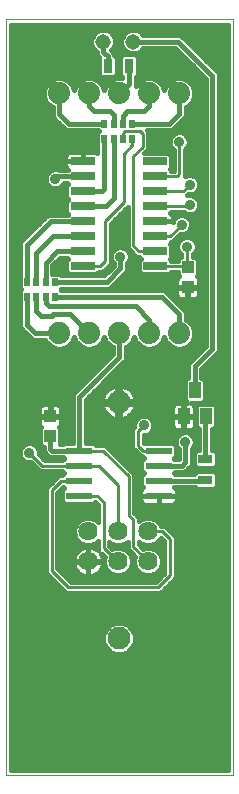
<source format=gbl>
G75*
%MOIN*%
%OFA0B0*%
%FSLAX25Y25*%
%IPPOS*%
%LPD*%
%AMOC8*
5,1,8,0,0,1.08239X$1,22.5*
%
%ADD10C,0.00000*%
%ADD11C,0.07677*%
%ADD12R,0.03937X0.04331*%
%ADD13C,0.05150*%
%ADD14C,0.07400*%
%ADD15R,0.08000X0.02600*%
%ADD16C,0.06400*%
%ADD17R,0.03937X0.05512*%
%ADD18R,0.01969X0.02559*%
%ADD19R,0.04724X0.03150*%
%ADD20R,0.03150X0.04724*%
%ADD21R,0.08700X0.02400*%
%ADD22C,0.01600*%
%ADD23C,0.01000*%
%ADD24C,0.03562*%
D10*
X0007386Y0001800D02*
X0007386Y0253769D01*
X0083173Y0253769D01*
X0083173Y0001800D01*
X0007386Y0001800D01*
D11*
X0045103Y0047351D03*
X0045103Y0126091D03*
D12*
X0068055Y0164398D03*
X0068055Y0171091D03*
X0022189Y0121446D03*
X0022189Y0114753D03*
D13*
X0039945Y0246328D03*
X0049945Y0246328D03*
D14*
X0045221Y0229005D03*
X0055221Y0229005D03*
X0065221Y0229005D03*
X0065221Y0149005D03*
X0055221Y0149005D03*
X0045221Y0149005D03*
X0035221Y0149005D03*
X0025221Y0149005D03*
X0025221Y0229005D03*
X0035221Y0229005D03*
D15*
X0033042Y0206387D03*
X0033042Y0201387D03*
X0033042Y0196387D03*
X0033042Y0191387D03*
X0033042Y0186387D03*
X0033042Y0181387D03*
X0033042Y0176387D03*
X0033042Y0171387D03*
X0057242Y0171387D03*
X0057242Y0176387D03*
X0057242Y0181387D03*
X0057242Y0186387D03*
X0057242Y0191387D03*
X0057242Y0196387D03*
X0057242Y0201387D03*
X0057242Y0206387D03*
D16*
X0054866Y0083020D03*
X0054866Y0073020D03*
X0044866Y0073020D03*
X0044866Y0083020D03*
X0034866Y0083020D03*
X0034866Y0073020D03*
D17*
X0066677Y0121406D03*
X0070418Y0130068D03*
X0074158Y0121406D03*
D18*
X0049630Y0213985D03*
X0049630Y0218906D03*
X0046480Y0218906D03*
X0046480Y0213985D03*
X0043331Y0213985D03*
X0043331Y0218906D03*
X0040181Y0218906D03*
X0040181Y0213985D03*
X0023882Y0166190D03*
X0023882Y0161269D03*
X0020732Y0161269D03*
X0020732Y0166190D03*
X0017583Y0166190D03*
X0017583Y0161269D03*
X0014433Y0161269D03*
X0014433Y0166190D03*
D19*
X0073961Y0107194D03*
X0073961Y0100107D03*
D20*
X0048488Y0238257D03*
X0041402Y0238257D03*
D21*
X0031863Y0109930D03*
X0031863Y0104930D03*
X0031863Y0099930D03*
X0031863Y0094930D03*
X0058363Y0094930D03*
X0058363Y0099930D03*
X0058363Y0104930D03*
X0058363Y0109930D03*
D22*
X0058363Y0104930D02*
X0066028Y0104930D01*
X0067229Y0106131D01*
X0067229Y0112824D01*
X0069030Y0115520D02*
X0067861Y0116005D01*
X0066596Y0116005D01*
X0065427Y0115520D01*
X0064532Y0114626D01*
X0064047Y0113456D01*
X0064047Y0112191D01*
X0064532Y0111022D01*
X0065029Y0110525D01*
X0065029Y0107130D01*
X0063693Y0107130D01*
X0063393Y0107430D01*
X0064113Y0108150D01*
X0064113Y0111710D01*
X0063293Y0112530D01*
X0053433Y0112530D01*
X0053380Y0112477D01*
X0053380Y0115154D01*
X0054082Y0115154D01*
X0055251Y0115639D01*
X0056146Y0116533D01*
X0056630Y0117703D01*
X0056630Y0118968D01*
X0056146Y0120137D01*
X0055251Y0121032D01*
X0054082Y0121517D01*
X0052816Y0121517D01*
X0051647Y0121032D01*
X0050752Y0120137D01*
X0050268Y0118968D01*
X0050268Y0117841D01*
X0049580Y0117154D01*
X0049580Y0110856D01*
X0050693Y0109743D01*
X0052406Y0108030D01*
X0052733Y0108030D01*
X0053333Y0107430D01*
X0052613Y0106710D01*
X0052613Y0103150D01*
X0053333Y0102430D01*
X0052613Y0101710D01*
X0052613Y0098150D01*
X0053089Y0097675D01*
X0052908Y0097570D01*
X0052573Y0097235D01*
X0052336Y0096825D01*
X0052213Y0096367D01*
X0052213Y0094930D01*
X0058363Y0094930D01*
X0058363Y0094930D01*
X0052213Y0094930D01*
X0052213Y0093493D01*
X0052336Y0093035D01*
X0052573Y0092625D01*
X0052908Y0092290D01*
X0053318Y0092053D01*
X0053776Y0091930D01*
X0058363Y0091930D01*
X0058363Y0094930D01*
X0058363Y0094930D01*
X0058363Y0091930D01*
X0062950Y0091930D01*
X0063408Y0092053D01*
X0063818Y0092290D01*
X0064154Y0092625D01*
X0064391Y0093035D01*
X0064513Y0093493D01*
X0064513Y0094930D01*
X0064513Y0096367D01*
X0064391Y0096825D01*
X0064154Y0097235D01*
X0063818Y0097570D01*
X0063638Y0097675D01*
X0063693Y0097730D01*
X0070421Y0097730D01*
X0071019Y0097132D01*
X0076903Y0097132D01*
X0077723Y0097952D01*
X0077723Y0102262D01*
X0076903Y0103082D01*
X0071019Y0103082D01*
X0070199Y0102262D01*
X0070199Y0102130D01*
X0063693Y0102130D01*
X0063393Y0102430D01*
X0063693Y0102730D01*
X0066939Y0102730D01*
X0068140Y0103931D01*
X0069429Y0105219D01*
X0069429Y0110525D01*
X0069925Y0111022D01*
X0070410Y0112191D01*
X0070410Y0113456D01*
X0069925Y0114626D01*
X0069030Y0115520D01*
X0069257Y0115294D02*
X0071761Y0115294D01*
X0071761Y0113696D02*
X0070310Y0113696D01*
X0070371Y0112097D02*
X0071761Y0112097D01*
X0071761Y0110499D02*
X0069429Y0110499D01*
X0070199Y0109348D02*
X0070199Y0105039D01*
X0071019Y0104219D01*
X0076903Y0104219D01*
X0077723Y0105039D01*
X0077723Y0109348D01*
X0076903Y0110168D01*
X0076161Y0110168D01*
X0076161Y0117250D01*
X0076706Y0117250D01*
X0077526Y0118070D01*
X0077526Y0124742D01*
X0076706Y0125562D01*
X0071609Y0125562D01*
X0070789Y0124742D01*
X0070789Y0118070D01*
X0071609Y0117250D01*
X0071761Y0117250D01*
X0071761Y0110168D01*
X0071019Y0110168D01*
X0070199Y0109348D01*
X0070199Y0108900D02*
X0069429Y0108900D01*
X0069429Y0107302D02*
X0070199Y0107302D01*
X0070199Y0105703D02*
X0069429Y0105703D01*
X0068314Y0104105D02*
X0081373Y0104105D01*
X0081373Y0105703D02*
X0077723Y0105703D01*
X0077723Y0107302D02*
X0081373Y0107302D01*
X0081373Y0108900D02*
X0077723Y0108900D01*
X0076161Y0110499D02*
X0081373Y0110499D01*
X0081373Y0112097D02*
X0076161Y0112097D01*
X0076161Y0113696D02*
X0081373Y0113696D01*
X0081373Y0115294D02*
X0076161Y0115294D01*
X0076161Y0116893D02*
X0081373Y0116893D01*
X0081373Y0118491D02*
X0077526Y0118491D01*
X0077526Y0120090D02*
X0081373Y0120090D01*
X0081373Y0121688D02*
X0077526Y0121688D01*
X0077526Y0123287D02*
X0081373Y0123287D01*
X0081373Y0124885D02*
X0077383Y0124885D01*
X0074158Y0121406D02*
X0073961Y0121209D01*
X0073961Y0107194D01*
X0073961Y0100107D02*
X0073784Y0099930D01*
X0058363Y0099930D01*
X0058363Y0094930D02*
X0064513Y0094930D01*
X0058363Y0094930D01*
X0058363Y0094930D01*
X0058363Y0094514D02*
X0058363Y0094514D01*
X0058363Y0092915D02*
X0058363Y0092915D01*
X0055781Y0087620D02*
X0057472Y0086920D01*
X0058766Y0085626D01*
X0059058Y0084920D01*
X0060417Y0084920D01*
X0062897Y0082440D01*
X0064010Y0081327D01*
X0064010Y0067548D01*
X0060073Y0063611D01*
X0058960Y0062498D01*
X0027465Y0062498D01*
X0021953Y0068010D01*
X0020840Y0069123D01*
X0020840Y0097469D01*
X0024088Y0100717D01*
X0025201Y0101830D01*
X0026233Y0101830D01*
X0026833Y0102430D01*
X0026233Y0103030D01*
X0018823Y0103030D01*
X0015754Y0106099D01*
X0014627Y0106099D01*
X0013458Y0106584D01*
X0012563Y0107478D01*
X0012079Y0108648D01*
X0012079Y0109913D01*
X0012563Y0111082D01*
X0013458Y0111977D01*
X0014627Y0112461D01*
X0015893Y0112461D01*
X0017062Y0111977D01*
X0017957Y0111082D01*
X0018441Y0109913D01*
X0018441Y0108786D01*
X0020397Y0106830D01*
X0026233Y0106830D01*
X0026833Y0107430D01*
X0026533Y0107730D01*
X0021967Y0107730D01*
X0021278Y0108419D01*
X0019989Y0109708D01*
X0019989Y0111187D01*
X0019641Y0111187D01*
X0018821Y0112007D01*
X0018821Y0117498D01*
X0019145Y0117823D01*
X0019115Y0117840D01*
X0018780Y0118175D01*
X0018543Y0118586D01*
X0018421Y0119043D01*
X0018421Y0121261D01*
X0022005Y0121261D01*
X0022005Y0121630D01*
X0022005Y0125411D01*
X0019984Y0125411D01*
X0019526Y0125288D01*
X0019115Y0125051D01*
X0018780Y0124716D01*
X0018543Y0124306D01*
X0018421Y0123848D01*
X0018421Y0121630D01*
X0022005Y0121630D01*
X0022373Y0121630D01*
X0022373Y0125411D01*
X0024395Y0125411D01*
X0024852Y0125288D01*
X0025263Y0125051D01*
X0025598Y0124716D01*
X0025835Y0124306D01*
X0025958Y0123848D01*
X0025958Y0121630D01*
X0022373Y0121630D01*
X0022373Y0121261D01*
X0025958Y0121261D01*
X0025958Y0119043D01*
X0025835Y0118586D01*
X0025598Y0118175D01*
X0025263Y0117840D01*
X0025233Y0117823D01*
X0025558Y0117498D01*
X0025558Y0112130D01*
X0026533Y0112130D01*
X0026933Y0112530D01*
X0029663Y0112530D01*
X0029663Y0128763D01*
X0043021Y0142121D01*
X0043021Y0144396D01*
X0042332Y0144681D01*
X0040897Y0146116D01*
X0040221Y0147749D01*
X0039544Y0146116D01*
X0038110Y0144681D01*
X0036235Y0143905D01*
X0034206Y0143905D01*
X0032332Y0144681D01*
X0030897Y0146116D01*
X0030221Y0147749D01*
X0029544Y0146116D01*
X0028110Y0144681D01*
X0026235Y0143905D01*
X0024206Y0143905D01*
X0022332Y0144681D01*
X0020897Y0146116D01*
X0020612Y0146805D01*
X0016357Y0146805D01*
X0015068Y0148093D01*
X0012233Y0150928D01*
X0012233Y0159225D01*
X0012049Y0159409D01*
X0012049Y0163128D01*
X0012650Y0163729D01*
X0012049Y0164330D01*
X0012049Y0168049D01*
X0012233Y0168233D01*
X0012233Y0179444D01*
X0013522Y0180732D01*
X0013522Y0180732D01*
X0020147Y0187357D01*
X0020147Y0187357D01*
X0021435Y0188646D01*
X0028021Y0188646D01*
X0028262Y0188887D01*
X0027642Y0189507D01*
X0027642Y0193267D01*
X0028262Y0193887D01*
X0027642Y0194507D01*
X0027642Y0198267D01*
X0028262Y0198887D01*
X0027942Y0199206D01*
X0026780Y0199206D01*
X0026618Y0198817D01*
X0025723Y0197922D01*
X0024554Y0197438D01*
X0023289Y0197438D01*
X0022119Y0197922D01*
X0021225Y0198817D01*
X0020740Y0199986D01*
X0020740Y0201252D01*
X0021225Y0202421D01*
X0022119Y0203316D01*
X0023289Y0203800D01*
X0024554Y0203800D01*
X0025022Y0203606D01*
X0027982Y0203606D01*
X0027991Y0203615D01*
X0027937Y0203646D01*
X0027602Y0203981D01*
X0027365Y0204392D01*
X0027242Y0204850D01*
X0027242Y0206387D01*
X0033042Y0206387D01*
X0033042Y0206387D01*
X0033042Y0209487D01*
X0037279Y0209487D01*
X0037737Y0209364D01*
X0037981Y0209223D01*
X0037981Y0211941D01*
X0037797Y0212126D01*
X0037797Y0215844D01*
X0038398Y0216446D01*
X0038138Y0216706D01*
X0027557Y0216706D01*
X0024309Y0219954D01*
X0023021Y0221243D01*
X0023021Y0224396D01*
X0022332Y0224681D01*
X0020897Y0226116D01*
X0020121Y0227990D01*
X0020121Y0230019D01*
X0020897Y0231894D01*
X0022332Y0233328D01*
X0024206Y0234105D01*
X0026235Y0234105D01*
X0028110Y0233328D01*
X0029544Y0231894D01*
X0030221Y0230261D01*
X0030897Y0231894D01*
X0032332Y0233328D01*
X0034206Y0234105D01*
X0036235Y0234105D01*
X0038110Y0233328D01*
X0039544Y0231894D01*
X0040221Y0230261D01*
X0040897Y0231894D01*
X0042332Y0233328D01*
X0044206Y0234105D01*
X0046235Y0234105D01*
X0046288Y0234083D01*
X0046288Y0234540D01*
X0045514Y0235315D01*
X0045514Y0241199D01*
X0046334Y0242019D01*
X0050643Y0242019D01*
X0051463Y0241199D01*
X0051463Y0235315D01*
X0050688Y0234540D01*
X0050688Y0231390D01*
X0050897Y0231894D01*
X0052332Y0233328D01*
X0054206Y0234105D01*
X0056235Y0234105D01*
X0058110Y0233328D01*
X0059544Y0231894D01*
X0060221Y0230261D01*
X0060897Y0231894D01*
X0062332Y0233328D01*
X0064206Y0234105D01*
X0066235Y0234105D01*
X0068110Y0233328D01*
X0069544Y0231894D01*
X0070321Y0230019D01*
X0070321Y0227990D01*
X0069544Y0226116D01*
X0068110Y0224681D01*
X0067421Y0224396D01*
X0067421Y0221322D01*
X0066132Y0220033D01*
X0062805Y0216706D01*
X0054616Y0216706D01*
X0054955Y0216367D01*
X0054955Y0210462D01*
X0053842Y0209349D01*
X0053580Y0209087D01*
X0061822Y0209087D01*
X0062642Y0208267D01*
X0062642Y0204507D01*
X0062022Y0203887D01*
X0062622Y0203287D01*
X0063360Y0203287D01*
X0063360Y0210225D01*
X0062563Y0211022D01*
X0062079Y0212191D01*
X0062079Y0213456D01*
X0062563Y0214626D01*
X0063458Y0215520D01*
X0064627Y0216005D01*
X0065893Y0216005D01*
X0067062Y0215520D01*
X0067957Y0214626D01*
X0068441Y0213456D01*
X0068441Y0212191D01*
X0067957Y0211022D01*
X0067160Y0210225D01*
X0067160Y0201413D01*
X0068171Y0201831D01*
X0069436Y0201831D01*
X0070605Y0201347D01*
X0071500Y0200452D01*
X0071984Y0199283D01*
X0071984Y0198018D01*
X0071500Y0196848D01*
X0070605Y0195954D01*
X0069436Y0195469D01*
X0068309Y0195469D01*
X0067843Y0195003D01*
X0068171Y0195139D01*
X0069436Y0195139D01*
X0070605Y0194654D01*
X0071500Y0193759D01*
X0071984Y0192590D01*
X0071984Y0191325D01*
X0071500Y0190156D01*
X0070605Y0189261D01*
X0069436Y0188776D01*
X0068171Y0188776D01*
X0067001Y0189261D01*
X0066775Y0189487D01*
X0062622Y0189487D01*
X0062293Y0189158D01*
X0062347Y0189127D01*
X0062682Y0188792D01*
X0062919Y0188381D01*
X0063042Y0187924D01*
X0063042Y0186387D01*
X0057242Y0186387D01*
X0057242Y0186387D01*
X0063042Y0186387D01*
X0063042Y0186321D01*
X0063351Y0187067D01*
X0064245Y0187961D01*
X0065415Y0188446D01*
X0066680Y0188446D01*
X0067849Y0187961D01*
X0068744Y0187067D01*
X0069229Y0185897D01*
X0069229Y0184632D01*
X0068744Y0183463D01*
X0067849Y0182568D01*
X0066680Y0182083D01*
X0065553Y0182083D01*
X0062956Y0179487D01*
X0062622Y0179487D01*
X0062022Y0178887D01*
X0062642Y0178267D01*
X0062642Y0174507D01*
X0062022Y0173887D01*
X0062622Y0173287D01*
X0064687Y0173287D01*
X0064687Y0173837D01*
X0065507Y0174657D01*
X0065919Y0174657D01*
X0065919Y0175382D01*
X0065122Y0176179D01*
X0064638Y0177348D01*
X0064638Y0178614D01*
X0065122Y0179783D01*
X0066017Y0180678D01*
X0067186Y0181162D01*
X0068452Y0181162D01*
X0069621Y0180678D01*
X0070516Y0179783D01*
X0071000Y0178614D01*
X0071000Y0177348D01*
X0070516Y0176179D01*
X0069719Y0175382D01*
X0069719Y0174657D01*
X0070604Y0174657D01*
X0071424Y0173837D01*
X0071424Y0168346D01*
X0071099Y0168021D01*
X0071129Y0168004D01*
X0071464Y0167669D01*
X0071701Y0167259D01*
X0071824Y0166801D01*
X0071824Y0164583D01*
X0068240Y0164583D01*
X0068240Y0164214D01*
X0071824Y0164214D01*
X0071824Y0161996D01*
X0071701Y0161538D01*
X0071464Y0161128D01*
X0071129Y0160793D01*
X0070719Y0160556D01*
X0070261Y0160433D01*
X0068240Y0160433D01*
X0068240Y0164214D01*
X0067871Y0164214D01*
X0067871Y0160433D01*
X0065850Y0160433D01*
X0065392Y0160556D01*
X0064982Y0160793D01*
X0064646Y0161128D01*
X0064409Y0161538D01*
X0064287Y0161996D01*
X0064287Y0164214D01*
X0067871Y0164214D01*
X0067871Y0164583D01*
X0064287Y0164583D01*
X0064287Y0166801D01*
X0064409Y0167259D01*
X0064646Y0167669D01*
X0064982Y0168004D01*
X0065011Y0168021D01*
X0064687Y0168346D01*
X0064687Y0169487D01*
X0062622Y0169487D01*
X0061822Y0168687D01*
X0052662Y0168687D01*
X0051842Y0169507D01*
X0051842Y0173267D01*
X0052462Y0173887D01*
X0051862Y0174487D01*
X0050910Y0174487D01*
X0049797Y0175600D01*
X0048006Y0177391D01*
X0048006Y0191308D01*
X0042357Y0185659D01*
X0042357Y0172273D01*
X0040684Y0170600D01*
X0039571Y0169487D01*
X0038422Y0169487D01*
X0037622Y0168687D01*
X0028462Y0168687D01*
X0027642Y0169507D01*
X0027642Y0173267D01*
X0028262Y0173887D01*
X0027962Y0174187D01*
X0025404Y0174187D01*
X0022932Y0171715D01*
X0022932Y0168869D01*
X0025446Y0168869D01*
X0025926Y0168390D01*
X0040156Y0168390D01*
X0043375Y0171609D01*
X0043375Y0172336D01*
X0042878Y0172833D01*
X0042394Y0174002D01*
X0042394Y0175267D01*
X0042878Y0176437D01*
X0043773Y0177331D01*
X0044942Y0177816D01*
X0046208Y0177816D01*
X0047377Y0177331D01*
X0048272Y0176437D01*
X0048756Y0175267D01*
X0048756Y0174002D01*
X0048272Y0172833D01*
X0047775Y0172336D01*
X0047775Y0169786D01*
X0046486Y0168498D01*
X0041978Y0163990D01*
X0025926Y0163990D01*
X0025665Y0163729D01*
X0025926Y0163468D01*
X0060246Y0163468D01*
X0066132Y0157583D01*
X0067421Y0156294D01*
X0067421Y0153614D01*
X0068110Y0153328D01*
X0069544Y0151894D01*
X0070321Y0150019D01*
X0070321Y0147990D01*
X0069544Y0146116D01*
X0068110Y0144681D01*
X0066235Y0143905D01*
X0064206Y0143905D01*
X0062332Y0144681D01*
X0060897Y0146116D01*
X0060221Y0147749D01*
X0059544Y0146116D01*
X0058110Y0144681D01*
X0056235Y0143905D01*
X0054206Y0143905D01*
X0052332Y0144681D01*
X0050897Y0146116D01*
X0050221Y0147749D01*
X0049544Y0146116D01*
X0048110Y0144681D01*
X0047421Y0144396D01*
X0047421Y0140298D01*
X0046132Y0139009D01*
X0034063Y0126941D01*
X0034063Y0112530D01*
X0036793Y0112530D01*
X0037493Y0111830D01*
X0040594Y0111830D01*
X0049118Y0103306D01*
X0050231Y0102193D01*
X0050231Y0089201D01*
X0050693Y0088739D01*
X0051806Y0087626D01*
X0051806Y0086465D01*
X0052261Y0086920D01*
X0053951Y0087620D01*
X0055781Y0087620D01*
X0057871Y0086521D02*
X0081373Y0086521D01*
X0081373Y0084923D02*
X0059057Y0084923D01*
X0058995Y0080968D02*
X0060210Y0079753D01*
X0060210Y0069122D01*
X0057386Y0066298D01*
X0029039Y0066298D01*
X0024640Y0070697D01*
X0024640Y0095895D01*
X0026504Y0097759D01*
X0026833Y0097430D01*
X0026113Y0096710D01*
X0026113Y0093150D01*
X0026933Y0092330D01*
X0036793Y0092330D01*
X0037292Y0092829D01*
X0038163Y0091958D01*
X0038163Y0086229D01*
X0037472Y0086920D01*
X0035781Y0087620D01*
X0033951Y0087620D01*
X0032261Y0086920D01*
X0030967Y0085626D01*
X0030266Y0083935D01*
X0030266Y0082105D01*
X0030967Y0080415D01*
X0032261Y0079121D01*
X0033951Y0078420D01*
X0035781Y0078420D01*
X0037472Y0079121D01*
X0038163Y0079812D01*
X0038163Y0076795D01*
X0038124Y0076834D01*
X0037487Y0077297D01*
X0036786Y0077654D01*
X0036037Y0077897D01*
X0035260Y0078020D01*
X0034952Y0078020D01*
X0034952Y0073106D01*
X0039866Y0073106D01*
X0039866Y0073414D01*
X0039743Y0074191D01*
X0039500Y0074940D01*
X0039160Y0075606D01*
X0040432Y0074335D01*
X0040266Y0073935D01*
X0040266Y0072105D01*
X0040967Y0070415D01*
X0042261Y0069121D01*
X0043951Y0068420D01*
X0045781Y0068420D01*
X0047472Y0069121D01*
X0048766Y0070415D01*
X0049466Y0072105D01*
X0049466Y0073935D01*
X0048766Y0075626D01*
X0047472Y0076920D01*
X0045781Y0077620D01*
X0043951Y0077620D01*
X0042939Y0077201D01*
X0041963Y0078178D01*
X0041963Y0079418D01*
X0042261Y0079121D01*
X0043951Y0078420D01*
X0045781Y0078420D01*
X0047472Y0079121D01*
X0048006Y0079654D01*
X0048006Y0077194D01*
X0050559Y0074641D01*
X0050266Y0073935D01*
X0050266Y0072105D01*
X0050967Y0070415D01*
X0052261Y0069121D01*
X0053951Y0068420D01*
X0055781Y0068420D01*
X0057472Y0069121D01*
X0058766Y0070415D01*
X0059466Y0072105D01*
X0059466Y0073935D01*
X0058766Y0075626D01*
X0057472Y0076920D01*
X0055781Y0077620D01*
X0053951Y0077620D01*
X0053246Y0077328D01*
X0051806Y0078768D01*
X0051806Y0079576D01*
X0052261Y0079121D01*
X0053951Y0078420D01*
X0055781Y0078420D01*
X0057472Y0079121D01*
X0058766Y0080415D01*
X0058995Y0080968D01*
X0058478Y0080127D02*
X0059837Y0080127D01*
X0060210Y0078529D02*
X0056042Y0078529D01*
X0057448Y0076930D02*
X0060210Y0076930D01*
X0060210Y0075332D02*
X0058888Y0075332D01*
X0059466Y0073733D02*
X0060210Y0073733D01*
X0060210Y0072134D02*
X0059466Y0072134D01*
X0058816Y0070536D02*
X0060210Y0070536D01*
X0060025Y0068937D02*
X0057029Y0068937D01*
X0058427Y0067339D02*
X0027999Y0067339D01*
X0026400Y0068937D02*
X0031980Y0068937D01*
X0032246Y0068744D02*
X0032947Y0068387D01*
X0033695Y0068144D01*
X0034473Y0068020D01*
X0034780Y0068020D01*
X0034780Y0072935D01*
X0029866Y0072935D01*
X0029866Y0072627D01*
X0029989Y0071850D01*
X0030233Y0071101D01*
X0030590Y0070400D01*
X0031053Y0069763D01*
X0031609Y0069207D01*
X0032246Y0068744D01*
X0030521Y0070536D02*
X0024802Y0070536D01*
X0024640Y0072134D02*
X0029944Y0072134D01*
X0029866Y0073106D02*
X0034780Y0073106D01*
X0034780Y0072935D01*
X0034952Y0072935D01*
X0034952Y0073106D01*
X0034780Y0073106D01*
X0034780Y0078020D01*
X0034473Y0078020D01*
X0033695Y0077897D01*
X0032947Y0077654D01*
X0032246Y0077297D01*
X0031609Y0076834D01*
X0031053Y0076278D01*
X0030590Y0075641D01*
X0030233Y0074940D01*
X0029989Y0074191D01*
X0029866Y0073414D01*
X0029866Y0073106D01*
X0029917Y0073733D02*
X0024640Y0073733D01*
X0024640Y0075332D02*
X0030432Y0075332D01*
X0031741Y0076930D02*
X0024640Y0076930D01*
X0024640Y0078529D02*
X0033690Y0078529D01*
X0034780Y0076930D02*
X0034952Y0076930D01*
X0034952Y0075332D02*
X0034780Y0075332D01*
X0034780Y0073733D02*
X0034952Y0073733D01*
X0034952Y0072935D02*
X0039866Y0072935D01*
X0039866Y0072627D01*
X0039743Y0071850D01*
X0039500Y0071101D01*
X0039143Y0070400D01*
X0038680Y0069763D01*
X0038124Y0069207D01*
X0037487Y0068744D01*
X0036786Y0068387D01*
X0036037Y0068144D01*
X0035260Y0068020D01*
X0034952Y0068020D01*
X0034952Y0072935D01*
X0034952Y0072134D02*
X0034780Y0072134D01*
X0034780Y0070536D02*
X0034952Y0070536D01*
X0034952Y0068937D02*
X0034780Y0068937D01*
X0037753Y0068937D02*
X0042703Y0068937D01*
X0040916Y0070536D02*
X0039212Y0070536D01*
X0039788Y0072134D02*
X0040266Y0072134D01*
X0040266Y0073733D02*
X0039816Y0073733D01*
X0039435Y0075332D02*
X0039300Y0075332D01*
X0038163Y0076930D02*
X0037992Y0076930D01*
X0038163Y0078529D02*
X0036042Y0078529D01*
X0037871Y0086521D02*
X0038163Y0086521D01*
X0038163Y0088120D02*
X0024640Y0088120D01*
X0024640Y0089718D02*
X0038163Y0089718D01*
X0038163Y0091317D02*
X0024640Y0091317D01*
X0024640Y0092915D02*
X0026348Y0092915D01*
X0026113Y0094514D02*
X0024640Y0094514D01*
X0024858Y0096112D02*
X0026113Y0096112D01*
X0026456Y0097711D02*
X0026553Y0097711D01*
X0026757Y0102506D02*
X0009186Y0102506D01*
X0009186Y0100908D02*
X0024279Y0100908D01*
X0022681Y0099309D02*
X0009186Y0099309D01*
X0009186Y0097711D02*
X0021082Y0097711D01*
X0020840Y0096112D02*
X0009186Y0096112D01*
X0009186Y0094514D02*
X0020840Y0094514D01*
X0020840Y0092915D02*
X0009186Y0092915D01*
X0009186Y0091317D02*
X0020840Y0091317D01*
X0020840Y0089718D02*
X0009186Y0089718D01*
X0009186Y0088120D02*
X0020840Y0088120D01*
X0020840Y0086521D02*
X0009186Y0086521D01*
X0009186Y0084923D02*
X0020840Y0084923D01*
X0020840Y0083324D02*
X0009186Y0083324D01*
X0009186Y0081726D02*
X0020840Y0081726D01*
X0020840Y0080127D02*
X0009186Y0080127D01*
X0009186Y0078529D02*
X0020840Y0078529D01*
X0020840Y0076930D02*
X0009186Y0076930D01*
X0009186Y0075332D02*
X0020840Y0075332D01*
X0020840Y0073733D02*
X0009186Y0073733D01*
X0009186Y0072134D02*
X0020840Y0072134D01*
X0020840Y0070536D02*
X0009186Y0070536D01*
X0009186Y0068937D02*
X0021026Y0068937D01*
X0022625Y0067339D02*
X0009186Y0067339D01*
X0009186Y0065740D02*
X0024223Y0065740D01*
X0025822Y0064142D02*
X0009186Y0064142D01*
X0009186Y0062543D02*
X0027420Y0062543D01*
X0024640Y0080127D02*
X0031254Y0080127D01*
X0030424Y0081726D02*
X0024640Y0081726D01*
X0024640Y0083324D02*
X0030266Y0083324D01*
X0030675Y0084923D02*
X0024640Y0084923D01*
X0024640Y0086521D02*
X0031862Y0086521D01*
X0026705Y0107302D02*
X0019926Y0107302D01*
X0020797Y0108900D02*
X0018441Y0108900D01*
X0018199Y0110499D02*
X0019989Y0110499D01*
X0018821Y0112097D02*
X0016772Y0112097D01*
X0018821Y0113696D02*
X0009186Y0113696D01*
X0009186Y0115294D02*
X0018821Y0115294D01*
X0018821Y0116893D02*
X0009186Y0116893D01*
X0009186Y0118491D02*
X0018598Y0118491D01*
X0018421Y0120090D02*
X0009186Y0120090D01*
X0009186Y0121688D02*
X0018421Y0121688D01*
X0018421Y0123287D02*
X0009186Y0123287D01*
X0009186Y0124885D02*
X0018949Y0124885D01*
X0022005Y0124885D02*
X0022373Y0124885D01*
X0022373Y0123287D02*
X0022005Y0123287D01*
X0022005Y0121688D02*
X0022373Y0121688D01*
X0022189Y0114753D02*
X0022189Y0110619D01*
X0022878Y0109930D01*
X0031863Y0109930D01*
X0031863Y0127852D01*
X0045221Y0141209D01*
X0045221Y0149005D01*
X0047421Y0144068D02*
X0053813Y0144068D01*
X0055221Y0149005D02*
X0055221Y0153572D01*
X0050693Y0158099D01*
X0021953Y0158099D01*
X0020732Y0159320D01*
X0020732Y0161269D01*
X0020732Y0166190D02*
X0020732Y0172627D01*
X0024492Y0176387D01*
X0033042Y0176387D01*
X0033042Y0181387D02*
X0023193Y0181387D01*
X0017622Y0175816D01*
X0017622Y0166229D01*
X0017583Y0166190D01*
X0017583Y0161269D02*
X0017583Y0156564D01*
X0019197Y0154950D01*
X0022740Y0154950D01*
X0023134Y0155343D01*
X0028882Y0155343D01*
X0035221Y0149005D01*
X0036628Y0144068D02*
X0043021Y0144068D01*
X0043021Y0142469D02*
X0009186Y0142469D01*
X0009186Y0140870D02*
X0041770Y0140870D01*
X0041347Y0145666D02*
X0039094Y0145666D01*
X0040020Y0147265D02*
X0040421Y0147265D01*
X0040172Y0139272D02*
X0009186Y0139272D01*
X0009186Y0137673D02*
X0038573Y0137673D01*
X0036975Y0136075D02*
X0009186Y0136075D01*
X0009186Y0134476D02*
X0035376Y0134476D01*
X0033778Y0132878D02*
X0009186Y0132878D01*
X0009186Y0131279D02*
X0032179Y0131279D01*
X0030581Y0129681D02*
X0009186Y0129681D01*
X0009186Y0128082D02*
X0029663Y0128082D01*
X0029663Y0126484D02*
X0009186Y0126484D01*
X0009186Y0112097D02*
X0013748Y0112097D01*
X0012322Y0110499D02*
X0009186Y0110499D01*
X0009186Y0108900D02*
X0012079Y0108900D01*
X0012740Y0107302D02*
X0009186Y0107302D01*
X0009186Y0105703D02*
X0016150Y0105703D01*
X0017749Y0104105D02*
X0009186Y0104105D01*
X0009186Y0144068D02*
X0023813Y0144068D01*
X0025221Y0149005D02*
X0017268Y0149005D01*
X0014433Y0151839D01*
X0014433Y0161269D01*
X0014433Y0166190D02*
X0014433Y0178532D01*
X0022347Y0186446D01*
X0032983Y0186446D01*
X0033042Y0186387D01*
X0033042Y0191387D02*
X0040673Y0191387D01*
X0043331Y0194044D01*
X0043331Y0213985D01*
X0043331Y0218906D02*
X0043331Y0221761D01*
X0042032Y0223060D01*
X0036914Y0223060D01*
X0035221Y0224753D01*
X0035221Y0229005D01*
X0037492Y0233584D02*
X0042949Y0233584D01*
X0043556Y0234494D02*
X0044377Y0235315D01*
X0044377Y0241199D01*
X0043602Y0241974D01*
X0043602Y0242318D01*
X0042579Y0243340D01*
X0043315Y0244076D01*
X0043920Y0245537D01*
X0043920Y0247118D01*
X0043315Y0248579D01*
X0042197Y0249697D01*
X0040736Y0250302D01*
X0039154Y0250302D01*
X0037694Y0249697D01*
X0036575Y0248579D01*
X0035970Y0247118D01*
X0035970Y0245537D01*
X0036575Y0244076D01*
X0037694Y0242958D01*
X0037745Y0242937D01*
X0037745Y0241952D01*
X0038462Y0241234D01*
X0038427Y0241199D01*
X0038427Y0235315D01*
X0039247Y0234494D01*
X0043556Y0234494D01*
X0044245Y0235183D02*
X0045645Y0235183D01*
X0045514Y0236781D02*
X0044377Y0236781D01*
X0044377Y0238380D02*
X0045514Y0238380D01*
X0045514Y0239978D02*
X0044377Y0239978D01*
X0043999Y0241577D02*
X0045891Y0241577D01*
X0047694Y0242958D02*
X0046575Y0244076D01*
X0045970Y0245537D01*
X0045970Y0247118D01*
X0046575Y0248579D01*
X0047694Y0249697D01*
X0049154Y0250302D01*
X0050736Y0250302D01*
X0052197Y0249697D01*
X0053315Y0248579D01*
X0053336Y0248528D01*
X0065738Y0248528D01*
X0067027Y0247239D01*
X0067027Y0247239D01*
X0077195Y0237071D01*
X0077195Y0237071D01*
X0078484Y0235782D01*
X0078484Y0143015D01*
X0077195Y0141726D01*
X0072617Y0137149D01*
X0072617Y0134224D01*
X0072966Y0134224D01*
X0073786Y0133404D01*
X0073786Y0126732D01*
X0072966Y0125912D01*
X0069071Y0125912D01*
X0069341Y0125840D01*
X0069751Y0125603D01*
X0070086Y0125267D01*
X0070323Y0124857D01*
X0070446Y0124399D01*
X0070446Y0121591D01*
X0066862Y0121591D01*
X0066493Y0121591D01*
X0066493Y0125962D01*
X0064472Y0125962D01*
X0064014Y0125840D01*
X0063604Y0125603D01*
X0063268Y0125267D01*
X0063032Y0124857D01*
X0062909Y0124399D01*
X0062909Y0121591D01*
X0066493Y0121591D01*
X0066493Y0121222D01*
X0062909Y0121222D01*
X0062909Y0118413D01*
X0063032Y0117956D01*
X0063268Y0117545D01*
X0063604Y0117210D01*
X0064014Y0116973D01*
X0064472Y0116850D01*
X0066493Y0116850D01*
X0066493Y0121222D01*
X0066862Y0121222D01*
X0066862Y0121591D01*
X0066862Y0125962D01*
X0067819Y0125962D01*
X0067049Y0126732D01*
X0067049Y0133404D01*
X0067869Y0134224D01*
X0068218Y0134224D01*
X0068218Y0138971D01*
X0074084Y0144837D01*
X0074084Y0233960D01*
X0063916Y0244128D01*
X0053336Y0244128D01*
X0053315Y0244076D01*
X0052197Y0242958D01*
X0050736Y0242353D01*
X0049154Y0242353D01*
X0047694Y0242958D01*
X0047476Y0243175D02*
X0042744Y0243175D01*
X0043604Y0244774D02*
X0046286Y0244774D01*
X0045970Y0246372D02*
X0043920Y0246372D01*
X0043567Y0247971D02*
X0046323Y0247971D01*
X0047566Y0249569D02*
X0042325Y0249569D01*
X0039945Y0246328D02*
X0039945Y0242863D01*
X0041402Y0241406D01*
X0041402Y0238257D01*
X0038427Y0238380D02*
X0009186Y0238380D01*
X0009186Y0239978D02*
X0038427Y0239978D01*
X0038120Y0241577D02*
X0009186Y0241577D01*
X0009186Y0243175D02*
X0037476Y0243175D01*
X0036286Y0244774D02*
X0009186Y0244774D01*
X0009186Y0246372D02*
X0035970Y0246372D01*
X0036323Y0247971D02*
X0009186Y0247971D01*
X0009186Y0249569D02*
X0037566Y0249569D01*
X0038427Y0236781D02*
X0009186Y0236781D01*
X0009186Y0235183D02*
X0038559Y0235183D01*
X0039452Y0231986D02*
X0040989Y0231986D01*
X0040273Y0230387D02*
X0040168Y0230387D01*
X0040181Y0218906D02*
X0028469Y0218906D01*
X0025221Y0222154D01*
X0025221Y0229005D01*
X0022949Y0233584D02*
X0009186Y0233584D01*
X0009186Y0231986D02*
X0020989Y0231986D01*
X0020273Y0230387D02*
X0009186Y0230387D01*
X0009186Y0228789D02*
X0020121Y0228789D01*
X0020452Y0227190D02*
X0009186Y0227190D01*
X0009186Y0225592D02*
X0021421Y0225592D01*
X0023021Y0223993D02*
X0009186Y0223993D01*
X0009186Y0222395D02*
X0023021Y0222395D01*
X0023468Y0220796D02*
X0009186Y0220796D01*
X0009186Y0219198D02*
X0025066Y0219198D01*
X0026665Y0217599D02*
X0009186Y0217599D01*
X0009186Y0216001D02*
X0037953Y0216001D01*
X0037797Y0214402D02*
X0009186Y0214402D01*
X0009186Y0212803D02*
X0037797Y0212803D01*
X0037981Y0211205D02*
X0009186Y0211205D01*
X0009186Y0209606D02*
X0037981Y0209606D01*
X0040181Y0213985D02*
X0040181Y0197194D01*
X0039374Y0196387D01*
X0033042Y0196387D01*
X0033042Y0201387D02*
X0033022Y0201406D01*
X0024709Y0201406D01*
X0023921Y0200619D01*
X0022016Y0203212D02*
X0009186Y0203212D01*
X0009186Y0201614D02*
X0020890Y0201614D01*
X0020740Y0200015D02*
X0009186Y0200015D01*
X0009186Y0198417D02*
X0021625Y0198417D01*
X0020017Y0187227D02*
X0009186Y0187227D01*
X0009186Y0185629D02*
X0018419Y0185629D01*
X0016820Y0184030D02*
X0009186Y0184030D01*
X0009186Y0182432D02*
X0015221Y0182432D01*
X0013623Y0180833D02*
X0009186Y0180833D01*
X0009186Y0179235D02*
X0012233Y0179235D01*
X0012233Y0177636D02*
X0009186Y0177636D01*
X0009186Y0176038D02*
X0012233Y0176038D01*
X0012233Y0174439D02*
X0009186Y0174439D01*
X0009186Y0172841D02*
X0012233Y0172841D01*
X0012233Y0171242D02*
X0009186Y0171242D01*
X0009186Y0169644D02*
X0012233Y0169644D01*
X0012049Y0168045D02*
X0009186Y0168045D01*
X0009186Y0166447D02*
X0012049Y0166447D01*
X0012049Y0164848D02*
X0009186Y0164848D01*
X0009186Y0163250D02*
X0012171Y0163250D01*
X0012049Y0161651D02*
X0009186Y0161651D01*
X0009186Y0160053D02*
X0012049Y0160053D01*
X0012233Y0158454D02*
X0009186Y0158454D01*
X0009186Y0156856D02*
X0012233Y0156856D01*
X0012233Y0155257D02*
X0009186Y0155257D01*
X0009186Y0153659D02*
X0012233Y0153659D01*
X0012233Y0152060D02*
X0009186Y0152060D01*
X0009186Y0150462D02*
X0012700Y0150462D01*
X0014298Y0148863D02*
X0009186Y0148863D01*
X0009186Y0147265D02*
X0015897Y0147265D01*
X0021347Y0145666D02*
X0009186Y0145666D01*
X0022932Y0169644D02*
X0027642Y0169644D01*
X0027642Y0171242D02*
X0022932Y0171242D01*
X0024058Y0172841D02*
X0027642Y0172841D01*
X0023882Y0166190D02*
X0041067Y0166190D01*
X0045575Y0170698D01*
X0045575Y0174635D01*
X0044509Y0177636D02*
X0042357Y0177636D01*
X0042357Y0176038D02*
X0042713Y0176038D01*
X0042394Y0174439D02*
X0042357Y0174439D01*
X0042357Y0172841D02*
X0042875Y0172841D01*
X0043008Y0171242D02*
X0041326Y0171242D01*
X0041410Y0169644D02*
X0039728Y0169644D01*
X0042837Y0164848D02*
X0064287Y0164848D01*
X0064287Y0163250D02*
X0060465Y0163250D01*
X0062063Y0161651D02*
X0064379Y0161651D01*
X0063662Y0160053D02*
X0074084Y0160053D01*
X0074084Y0161651D02*
X0071731Y0161651D01*
X0071824Y0163250D02*
X0074084Y0163250D01*
X0074084Y0164848D02*
X0071824Y0164848D01*
X0071824Y0166447D02*
X0074084Y0166447D01*
X0074084Y0168045D02*
X0071123Y0168045D01*
X0071424Y0169644D02*
X0074084Y0169644D01*
X0074084Y0171242D02*
X0071424Y0171242D01*
X0071424Y0172841D02*
X0074084Y0172841D01*
X0074084Y0174439D02*
X0070821Y0174439D01*
X0070374Y0176038D02*
X0074084Y0176038D01*
X0074084Y0177636D02*
X0071000Y0177636D01*
X0070743Y0179235D02*
X0074084Y0179235D01*
X0074084Y0180833D02*
X0069246Y0180833D01*
X0067521Y0182432D02*
X0074084Y0182432D01*
X0074084Y0184030D02*
X0068979Y0184030D01*
X0069229Y0185629D02*
X0074084Y0185629D01*
X0074084Y0187227D02*
X0068583Y0187227D01*
X0068051Y0188826D02*
X0062648Y0188826D01*
X0063042Y0187227D02*
X0063511Y0187227D01*
X0064303Y0180833D02*
X0066392Y0180833D01*
X0064895Y0179235D02*
X0062370Y0179235D01*
X0062642Y0177636D02*
X0064638Y0177636D01*
X0065264Y0176038D02*
X0062642Y0176038D01*
X0062574Y0174439D02*
X0065289Y0174439D01*
X0064988Y0168045D02*
X0046034Y0168045D01*
X0047632Y0169644D02*
X0051842Y0169644D01*
X0051842Y0171242D02*
X0047775Y0171242D01*
X0048275Y0172841D02*
X0051842Y0172841D01*
X0051909Y0174439D02*
X0048756Y0174439D01*
X0048437Y0176038D02*
X0049359Y0176038D01*
X0048006Y0177636D02*
X0046641Y0177636D01*
X0048006Y0179235D02*
X0042357Y0179235D01*
X0042357Y0180833D02*
X0048006Y0180833D01*
X0048006Y0182432D02*
X0042357Y0182432D01*
X0042357Y0184030D02*
X0048006Y0184030D01*
X0048006Y0185629D02*
X0042357Y0185629D01*
X0043926Y0187227D02*
X0048006Y0187227D01*
X0048006Y0188826D02*
X0045524Y0188826D01*
X0047123Y0190424D02*
X0048006Y0190424D01*
X0054100Y0209606D02*
X0063360Y0209606D01*
X0063360Y0208008D02*
X0062642Y0208008D01*
X0062642Y0206409D02*
X0063360Y0206409D01*
X0063360Y0204811D02*
X0062642Y0204811D01*
X0062487Y0211205D02*
X0054955Y0211205D01*
X0054955Y0212803D02*
X0062079Y0212803D01*
X0062471Y0214402D02*
X0054955Y0214402D01*
X0054955Y0216001D02*
X0064617Y0216001D01*
X0063698Y0217599D02*
X0074084Y0217599D01*
X0074084Y0216001D02*
X0065903Y0216001D01*
X0065296Y0219198D02*
X0074084Y0219198D01*
X0074084Y0220796D02*
X0066895Y0220796D01*
X0067421Y0222395D02*
X0074084Y0222395D01*
X0074084Y0223993D02*
X0067421Y0223993D01*
X0069020Y0225592D02*
X0074084Y0225592D01*
X0074084Y0227190D02*
X0069989Y0227190D01*
X0070321Y0228789D02*
X0074084Y0228789D01*
X0074084Y0230387D02*
X0070168Y0230387D01*
X0069452Y0231986D02*
X0074084Y0231986D01*
X0074084Y0233584D02*
X0067492Y0233584D01*
X0065221Y0229005D02*
X0065221Y0222233D01*
X0061894Y0218906D01*
X0049630Y0218906D01*
X0046480Y0221603D02*
X0047937Y0223060D01*
X0053449Y0223060D01*
X0055221Y0224831D01*
X0055221Y0229005D01*
X0057492Y0233584D02*
X0062949Y0233584D01*
X0060989Y0231986D02*
X0059452Y0231986D01*
X0060168Y0230387D02*
X0060273Y0230387D01*
X0064868Y0243175D02*
X0052414Y0243175D01*
X0051085Y0241577D02*
X0066467Y0241577D01*
X0068065Y0239978D02*
X0051463Y0239978D01*
X0051463Y0238380D02*
X0069664Y0238380D01*
X0071262Y0236781D02*
X0051463Y0236781D01*
X0051331Y0235183D02*
X0072861Y0235183D01*
X0074288Y0239978D02*
X0081373Y0239978D01*
X0081373Y0238380D02*
X0075886Y0238380D01*
X0077485Y0236781D02*
X0081373Y0236781D01*
X0081373Y0235183D02*
X0078484Y0235183D01*
X0078484Y0233584D02*
X0081373Y0233584D01*
X0081373Y0231986D02*
X0078484Y0231986D01*
X0078484Y0230387D02*
X0081373Y0230387D01*
X0081373Y0228789D02*
X0078484Y0228789D01*
X0078484Y0227190D02*
X0081373Y0227190D01*
X0081373Y0225592D02*
X0078484Y0225592D01*
X0078484Y0223993D02*
X0081373Y0223993D01*
X0081373Y0222395D02*
X0078484Y0222395D01*
X0078484Y0220796D02*
X0081373Y0220796D01*
X0081373Y0219198D02*
X0078484Y0219198D01*
X0078484Y0217599D02*
X0081373Y0217599D01*
X0081373Y0216001D02*
X0078484Y0216001D01*
X0078484Y0214402D02*
X0081373Y0214402D01*
X0081373Y0212803D02*
X0078484Y0212803D01*
X0078484Y0211205D02*
X0081373Y0211205D01*
X0081373Y0209606D02*
X0078484Y0209606D01*
X0078484Y0208008D02*
X0081373Y0208008D01*
X0081373Y0206409D02*
X0078484Y0206409D01*
X0078484Y0204811D02*
X0081373Y0204811D01*
X0081373Y0203212D02*
X0078484Y0203212D01*
X0078484Y0201614D02*
X0081373Y0201614D01*
X0081373Y0200015D02*
X0078484Y0200015D01*
X0078484Y0198417D02*
X0081373Y0198417D01*
X0081373Y0196818D02*
X0078484Y0196818D01*
X0078484Y0195220D02*
X0081373Y0195220D01*
X0081373Y0193621D02*
X0078484Y0193621D01*
X0078484Y0192023D02*
X0081373Y0192023D01*
X0081373Y0190424D02*
X0078484Y0190424D01*
X0078484Y0188826D02*
X0081373Y0188826D01*
X0081373Y0187227D02*
X0078484Y0187227D01*
X0078484Y0185629D02*
X0081373Y0185629D01*
X0081373Y0184030D02*
X0078484Y0184030D01*
X0078484Y0182432D02*
X0081373Y0182432D01*
X0081373Y0180833D02*
X0078484Y0180833D01*
X0078484Y0179235D02*
X0081373Y0179235D01*
X0081373Y0177636D02*
X0078484Y0177636D01*
X0078484Y0176038D02*
X0081373Y0176038D01*
X0081373Y0174439D02*
X0078484Y0174439D01*
X0078484Y0172841D02*
X0081373Y0172841D01*
X0081373Y0171242D02*
X0078484Y0171242D01*
X0078484Y0169644D02*
X0081373Y0169644D01*
X0081373Y0168045D02*
X0078484Y0168045D01*
X0078484Y0166447D02*
X0081373Y0166447D01*
X0081373Y0164848D02*
X0078484Y0164848D01*
X0078484Y0163250D02*
X0081373Y0163250D01*
X0081373Y0161651D02*
X0078484Y0161651D01*
X0078484Y0160053D02*
X0081373Y0160053D01*
X0081373Y0158454D02*
X0078484Y0158454D01*
X0078484Y0156856D02*
X0081373Y0156856D01*
X0081373Y0155257D02*
X0078484Y0155257D01*
X0078484Y0153659D02*
X0081373Y0153659D01*
X0081373Y0152060D02*
X0078484Y0152060D01*
X0078484Y0150462D02*
X0081373Y0150462D01*
X0081373Y0148863D02*
X0078484Y0148863D01*
X0078484Y0147265D02*
X0081373Y0147265D01*
X0081373Y0145666D02*
X0078484Y0145666D01*
X0078484Y0144068D02*
X0081373Y0144068D01*
X0081373Y0142469D02*
X0077938Y0142469D01*
X0076284Y0143926D02*
X0076284Y0234871D01*
X0064827Y0246328D01*
X0049945Y0246328D01*
X0052325Y0249569D02*
X0081373Y0249569D01*
X0081373Y0247971D02*
X0066295Y0247971D01*
X0067894Y0246372D02*
X0081373Y0246372D01*
X0081373Y0244774D02*
X0069492Y0244774D01*
X0071091Y0243175D02*
X0081373Y0243175D01*
X0081373Y0241577D02*
X0072689Y0241577D01*
X0081373Y0251168D02*
X0009186Y0251168D01*
X0009186Y0251969D02*
X0081373Y0251969D01*
X0081373Y0003600D01*
X0009186Y0003600D01*
X0009186Y0251969D01*
X0009186Y0208008D02*
X0027265Y0208008D01*
X0027242Y0207924D02*
X0027242Y0206387D01*
X0033042Y0206387D01*
X0033042Y0209487D01*
X0028805Y0209487D01*
X0028347Y0209364D01*
X0027937Y0209127D01*
X0027602Y0208792D01*
X0027365Y0208381D01*
X0027242Y0207924D01*
X0027242Y0206409D02*
X0009186Y0206409D01*
X0009186Y0204811D02*
X0027252Y0204811D01*
X0027792Y0198417D02*
X0026218Y0198417D01*
X0027642Y0196818D02*
X0009186Y0196818D01*
X0009186Y0195220D02*
X0027642Y0195220D01*
X0027997Y0193621D02*
X0009186Y0193621D01*
X0009186Y0192023D02*
X0027642Y0192023D01*
X0027642Y0190424D02*
X0009186Y0190424D01*
X0009186Y0188826D02*
X0028201Y0188826D01*
X0033042Y0206387D02*
X0033042Y0206387D01*
X0033042Y0206409D02*
X0033042Y0206409D01*
X0033042Y0208008D02*
X0033042Y0208008D01*
X0030273Y0230387D02*
X0030168Y0230387D01*
X0029452Y0231986D02*
X0030989Y0231986D01*
X0032949Y0233584D02*
X0027492Y0233584D01*
X0045221Y0229005D02*
X0048488Y0232272D01*
X0048488Y0238257D01*
X0050688Y0233584D02*
X0052949Y0233584D01*
X0050989Y0231986D02*
X0050688Y0231986D01*
X0046480Y0221603D02*
X0046480Y0218906D01*
X0044435Y0166447D02*
X0064287Y0166447D01*
X0065260Y0158454D02*
X0074084Y0158454D01*
X0074084Y0156856D02*
X0066859Y0156856D01*
X0067421Y0155257D02*
X0074084Y0155257D01*
X0074084Y0153659D02*
X0067421Y0153659D01*
X0069378Y0152060D02*
X0074084Y0152060D01*
X0074084Y0150462D02*
X0070137Y0150462D01*
X0070321Y0148863D02*
X0074084Y0148863D01*
X0074084Y0147265D02*
X0070020Y0147265D01*
X0069094Y0145666D02*
X0074084Y0145666D01*
X0073314Y0144068D02*
X0066628Y0144068D01*
X0065221Y0149005D02*
X0065221Y0155383D01*
X0059335Y0161269D01*
X0023882Y0161269D01*
X0030020Y0147265D02*
X0030421Y0147265D01*
X0031347Y0145666D02*
X0029094Y0145666D01*
X0026628Y0144068D02*
X0033813Y0144068D01*
X0038402Y0131279D02*
X0042865Y0131279D01*
X0042938Y0131317D02*
X0042147Y0130914D01*
X0041429Y0130392D01*
X0040802Y0129765D01*
X0040280Y0129047D01*
X0039877Y0128256D01*
X0039603Y0127412D01*
X0039470Y0126571D01*
X0044623Y0126571D01*
X0044623Y0131724D01*
X0043782Y0131591D01*
X0042938Y0131317D01*
X0041599Y0134476D02*
X0068218Y0134476D01*
X0068218Y0136075D02*
X0043197Y0136075D01*
X0044796Y0137673D02*
X0068218Y0137673D01*
X0068518Y0139272D02*
X0046394Y0139272D01*
X0047421Y0140870D02*
X0070117Y0140870D01*
X0070418Y0138060D02*
X0076284Y0143926D01*
X0076339Y0140870D02*
X0081373Y0140870D01*
X0081373Y0139272D02*
X0074741Y0139272D01*
X0073142Y0137673D02*
X0081373Y0137673D01*
X0081373Y0136075D02*
X0072617Y0136075D01*
X0072617Y0134476D02*
X0081373Y0134476D01*
X0081373Y0132878D02*
X0073786Y0132878D01*
X0073786Y0131279D02*
X0081373Y0131279D01*
X0081373Y0129681D02*
X0073786Y0129681D01*
X0073786Y0128082D02*
X0081373Y0128082D01*
X0081373Y0126484D02*
X0073538Y0126484D01*
X0070932Y0124885D02*
X0070307Y0124885D01*
X0070446Y0123287D02*
X0070789Y0123287D01*
X0070789Y0121688D02*
X0070446Y0121688D01*
X0070446Y0121222D02*
X0066862Y0121222D01*
X0066862Y0116850D01*
X0068883Y0116850D01*
X0069341Y0116973D01*
X0069751Y0117210D01*
X0070086Y0117545D01*
X0070323Y0117956D01*
X0070446Y0118413D01*
X0070446Y0121222D01*
X0070446Y0120090D02*
X0070789Y0120090D01*
X0070789Y0118491D02*
X0070446Y0118491D01*
X0071761Y0116893D02*
X0069041Y0116893D01*
X0066862Y0116893D02*
X0066493Y0116893D01*
X0066493Y0118491D02*
X0066862Y0118491D01*
X0066862Y0120090D02*
X0066493Y0120090D01*
X0066493Y0121688D02*
X0066862Y0121688D01*
X0066862Y0123287D02*
X0066493Y0123287D01*
X0066493Y0124885D02*
X0066862Y0124885D01*
X0067297Y0126484D02*
X0045582Y0126484D01*
X0045582Y0126571D02*
X0050735Y0126571D01*
X0050602Y0127412D01*
X0050328Y0128256D01*
X0049925Y0129047D01*
X0049403Y0129765D01*
X0048776Y0130392D01*
X0048058Y0130914D01*
X0047267Y0131317D01*
X0046423Y0131591D01*
X0045582Y0131724D01*
X0045582Y0126571D01*
X0044623Y0126571D01*
X0044623Y0125612D01*
X0039470Y0125612D01*
X0039603Y0124771D01*
X0039877Y0123927D01*
X0040280Y0123136D01*
X0040802Y0122418D01*
X0041429Y0121790D01*
X0042147Y0121269D01*
X0042938Y0120866D01*
X0043782Y0120592D01*
X0044623Y0120458D01*
X0044623Y0125612D01*
X0045582Y0125612D01*
X0045582Y0126571D01*
X0045582Y0125612D02*
X0050735Y0125612D01*
X0050602Y0124771D01*
X0050328Y0123927D01*
X0049925Y0123136D01*
X0049403Y0122418D01*
X0048776Y0121790D01*
X0048058Y0121269D01*
X0047267Y0120866D01*
X0046423Y0120592D01*
X0045582Y0120458D01*
X0045582Y0125612D01*
X0045582Y0124885D02*
X0044623Y0124885D01*
X0044623Y0123287D02*
X0045582Y0123287D01*
X0045582Y0121688D02*
X0044623Y0121688D01*
X0044623Y0126484D02*
X0034063Y0126484D01*
X0034063Y0124885D02*
X0039585Y0124885D01*
X0040203Y0123287D02*
X0034063Y0123287D01*
X0034063Y0121688D02*
X0041570Y0121688D01*
X0039821Y0128082D02*
X0035205Y0128082D01*
X0036803Y0129681D02*
X0040741Y0129681D01*
X0040000Y0132878D02*
X0067049Y0132878D01*
X0067049Y0131279D02*
X0047340Y0131279D01*
X0045582Y0131279D02*
X0044623Y0131279D01*
X0044623Y0129681D02*
X0045582Y0129681D01*
X0045582Y0128082D02*
X0044623Y0128082D01*
X0048635Y0121688D02*
X0062909Y0121688D01*
X0062909Y0120090D02*
X0056166Y0120090D01*
X0056630Y0118491D02*
X0062909Y0118491D01*
X0064314Y0116893D02*
X0056295Y0116893D01*
X0054420Y0115294D02*
X0065200Y0115294D01*
X0064147Y0113696D02*
X0053380Y0113696D01*
X0051536Y0108900D02*
X0043524Y0108900D01*
X0045122Y0107302D02*
X0053205Y0107302D01*
X0052613Y0105703D02*
X0046721Y0105703D01*
X0048319Y0104105D02*
X0052613Y0104105D01*
X0053257Y0102506D02*
X0049918Y0102506D01*
X0050231Y0100908D02*
X0052613Y0100908D01*
X0052613Y0099309D02*
X0050231Y0099309D01*
X0050231Y0097711D02*
X0053053Y0097711D01*
X0052213Y0096112D02*
X0050231Y0096112D01*
X0050231Y0094514D02*
X0052213Y0094514D01*
X0052405Y0092915D02*
X0050231Y0092915D01*
X0050231Y0091317D02*
X0081373Y0091317D01*
X0081373Y0092915D02*
X0064321Y0092915D01*
X0064513Y0094514D02*
X0081373Y0094514D01*
X0081373Y0096112D02*
X0064513Y0096112D01*
X0063674Y0097711D02*
X0070440Y0097711D01*
X0070443Y0102506D02*
X0063469Y0102506D01*
X0063521Y0107302D02*
X0065029Y0107302D01*
X0065029Y0108900D02*
X0064113Y0108900D01*
X0064113Y0110499D02*
X0065029Y0110499D01*
X0064086Y0112097D02*
X0063726Y0112097D01*
X0062909Y0123287D02*
X0050002Y0123287D01*
X0050620Y0124885D02*
X0063048Y0124885D01*
X0067049Y0128082D02*
X0050384Y0128082D01*
X0049464Y0129681D02*
X0067049Y0129681D01*
X0070418Y0130068D02*
X0070418Y0138060D01*
X0071715Y0142469D02*
X0047421Y0142469D01*
X0049094Y0145666D02*
X0051347Y0145666D01*
X0050421Y0147265D02*
X0050020Y0147265D01*
X0056628Y0144068D02*
X0063813Y0144068D01*
X0061347Y0145666D02*
X0059094Y0145666D01*
X0060020Y0147265D02*
X0060421Y0147265D01*
X0067871Y0161651D02*
X0068240Y0161651D01*
X0068240Y0163250D02*
X0067871Y0163250D01*
X0069555Y0188826D02*
X0074084Y0188826D01*
X0074084Y0190424D02*
X0071611Y0190424D01*
X0071984Y0192023D02*
X0074084Y0192023D01*
X0074084Y0193621D02*
X0071557Y0193621D01*
X0071470Y0196818D02*
X0074084Y0196818D01*
X0074084Y0195220D02*
X0068060Y0195220D01*
X0067645Y0201614D02*
X0067160Y0201614D01*
X0067160Y0203212D02*
X0074084Y0203212D01*
X0074084Y0201614D02*
X0069961Y0201614D01*
X0071681Y0200015D02*
X0074084Y0200015D01*
X0074084Y0198417D02*
X0071984Y0198417D01*
X0074084Y0204811D02*
X0067160Y0204811D01*
X0067160Y0206409D02*
X0074084Y0206409D01*
X0074084Y0208008D02*
X0067160Y0208008D01*
X0067160Y0209606D02*
X0074084Y0209606D01*
X0074084Y0211205D02*
X0068033Y0211205D01*
X0068441Y0212803D02*
X0074084Y0212803D01*
X0074084Y0214402D02*
X0068049Y0214402D01*
X0050733Y0120090D02*
X0034063Y0120090D01*
X0034063Y0118491D02*
X0050268Y0118491D01*
X0049580Y0116893D02*
X0034063Y0116893D01*
X0034063Y0115294D02*
X0049580Y0115294D01*
X0049580Y0113696D02*
X0034063Y0113696D01*
X0037226Y0112097D02*
X0049580Y0112097D01*
X0049937Y0110499D02*
X0041925Y0110499D01*
X0050231Y0089718D02*
X0081373Y0089718D01*
X0081373Y0088120D02*
X0051312Y0088120D01*
X0051806Y0086521D02*
X0051862Y0086521D01*
X0052045Y0078529D02*
X0053690Y0078529D01*
X0050916Y0070536D02*
X0048816Y0070536D01*
X0049466Y0072134D02*
X0050266Y0072134D01*
X0050266Y0073733D02*
X0049466Y0073733D01*
X0049868Y0075332D02*
X0048888Y0075332D01*
X0048270Y0076930D02*
X0047448Y0076930D01*
X0048006Y0078529D02*
X0046042Y0078529D01*
X0043690Y0078529D02*
X0041963Y0078529D01*
X0047029Y0068937D02*
X0052703Y0068937D01*
X0046145Y0052590D02*
X0048070Y0051792D01*
X0049544Y0050319D01*
X0050341Y0048393D01*
X0050341Y0046309D01*
X0049544Y0044384D01*
X0048070Y0042910D01*
X0046145Y0042113D01*
X0044061Y0042113D01*
X0042135Y0042910D01*
X0040661Y0044384D01*
X0039864Y0046309D01*
X0039864Y0048393D01*
X0040661Y0050319D01*
X0042135Y0051792D01*
X0044061Y0052590D01*
X0046145Y0052590D01*
X0048508Y0051354D02*
X0081373Y0051354D01*
X0081373Y0052952D02*
X0009186Y0052952D01*
X0009186Y0051354D02*
X0041697Y0051354D01*
X0040428Y0049755D02*
X0009186Y0049755D01*
X0009186Y0048157D02*
X0039864Y0048157D01*
X0039864Y0046558D02*
X0009186Y0046558D01*
X0009186Y0044960D02*
X0040423Y0044960D01*
X0041684Y0043361D02*
X0009186Y0043361D01*
X0009186Y0041763D02*
X0081373Y0041763D01*
X0081373Y0043361D02*
X0048521Y0043361D01*
X0049782Y0044960D02*
X0081373Y0044960D01*
X0081373Y0046558D02*
X0050341Y0046558D01*
X0050341Y0048157D02*
X0081373Y0048157D01*
X0081373Y0049755D02*
X0049777Y0049755D01*
X0059005Y0062543D02*
X0081373Y0062543D01*
X0081373Y0060945D02*
X0009186Y0060945D01*
X0009186Y0059346D02*
X0081373Y0059346D01*
X0081373Y0057748D02*
X0009186Y0057748D01*
X0009186Y0056149D02*
X0081373Y0056149D01*
X0081373Y0054551D02*
X0009186Y0054551D01*
X0009186Y0040164D02*
X0081373Y0040164D01*
X0081373Y0038566D02*
X0009186Y0038566D01*
X0009186Y0036967D02*
X0081373Y0036967D01*
X0081373Y0035369D02*
X0009186Y0035369D01*
X0009186Y0033770D02*
X0081373Y0033770D01*
X0081373Y0032172D02*
X0009186Y0032172D01*
X0009186Y0030573D02*
X0081373Y0030573D01*
X0081373Y0028975D02*
X0009186Y0028975D01*
X0009186Y0027376D02*
X0081373Y0027376D01*
X0081373Y0025778D02*
X0009186Y0025778D01*
X0009186Y0024179D02*
X0081373Y0024179D01*
X0081373Y0022581D02*
X0009186Y0022581D01*
X0009186Y0020982D02*
X0081373Y0020982D01*
X0081373Y0019384D02*
X0009186Y0019384D01*
X0009186Y0017785D02*
X0081373Y0017785D01*
X0081373Y0016187D02*
X0009186Y0016187D01*
X0009186Y0014588D02*
X0081373Y0014588D01*
X0081373Y0012990D02*
X0009186Y0012990D01*
X0009186Y0011391D02*
X0081373Y0011391D01*
X0081373Y0009793D02*
X0009186Y0009793D01*
X0009186Y0008194D02*
X0081373Y0008194D01*
X0081373Y0006596D02*
X0009186Y0006596D01*
X0009186Y0004997D02*
X0081373Y0004997D01*
X0081373Y0064142D02*
X0060604Y0064142D01*
X0062202Y0065740D02*
X0081373Y0065740D01*
X0081373Y0067339D02*
X0063801Y0067339D01*
X0064010Y0068937D02*
X0081373Y0068937D01*
X0081373Y0070536D02*
X0064010Y0070536D01*
X0064010Y0072134D02*
X0081373Y0072134D01*
X0081373Y0073733D02*
X0064010Y0073733D01*
X0064010Y0075332D02*
X0081373Y0075332D01*
X0081373Y0076930D02*
X0064010Y0076930D01*
X0064010Y0078529D02*
X0081373Y0078529D01*
X0081373Y0080127D02*
X0064010Y0080127D01*
X0063612Y0081726D02*
X0081373Y0081726D01*
X0081373Y0083324D02*
X0062013Y0083324D01*
X0077481Y0097711D02*
X0081373Y0097711D01*
X0081373Y0099309D02*
X0077723Y0099309D01*
X0077723Y0100908D02*
X0081373Y0100908D01*
X0081373Y0102506D02*
X0077479Y0102506D01*
X0029663Y0113696D02*
X0025558Y0113696D01*
X0025558Y0115294D02*
X0029663Y0115294D01*
X0029663Y0116893D02*
X0025558Y0116893D01*
X0025781Y0118491D02*
X0029663Y0118491D01*
X0029663Y0120090D02*
X0025958Y0120090D01*
X0025958Y0121688D02*
X0029663Y0121688D01*
X0029663Y0123287D02*
X0025958Y0123287D01*
X0025429Y0124885D02*
X0029663Y0124885D01*
D23*
X0031863Y0109930D02*
X0039807Y0109930D01*
X0048331Y0101406D01*
X0048331Y0088414D01*
X0049906Y0086839D01*
X0049906Y0077981D01*
X0054866Y0073020D01*
X0062110Y0068335D02*
X0058173Y0064398D01*
X0028252Y0064398D01*
X0022740Y0069910D01*
X0022740Y0096682D01*
X0025988Y0099930D01*
X0031863Y0099930D01*
X0031863Y0104930D02*
X0019610Y0104930D01*
X0015260Y0109280D01*
X0031863Y0104930D02*
X0031883Y0104950D01*
X0038488Y0104950D01*
X0044866Y0098572D01*
X0044866Y0083020D01*
X0040063Y0077391D02*
X0044433Y0073020D01*
X0044866Y0073020D01*
X0040063Y0077391D02*
X0040063Y0092745D01*
X0037878Y0094930D01*
X0031863Y0094930D01*
X0051480Y0111643D02*
X0051480Y0116367D01*
X0053449Y0118335D01*
X0051480Y0111643D02*
X0053193Y0109930D01*
X0058363Y0109930D01*
X0059630Y0083020D02*
X0054866Y0083020D01*
X0059630Y0083020D02*
X0062110Y0080540D01*
X0062110Y0068335D01*
X0068055Y0171091D02*
X0067819Y0171328D01*
X0067819Y0177981D01*
X0067760Y0171387D02*
X0068055Y0171091D01*
X0067760Y0171387D02*
X0057242Y0171387D01*
X0057242Y0176387D02*
X0051697Y0176387D01*
X0049906Y0178178D01*
X0049906Y0208099D01*
X0053055Y0211249D01*
X0053055Y0215580D01*
X0052268Y0216367D01*
X0047150Y0216367D01*
X0046480Y0215698D01*
X0046480Y0213985D01*
X0049630Y0211761D02*
X0046756Y0208887D01*
X0046756Y0192745D01*
X0040457Y0186446D01*
X0040457Y0173060D01*
X0038784Y0171387D01*
X0033042Y0171387D01*
X0049630Y0211761D02*
X0049630Y0213985D01*
X0057242Y0201387D02*
X0064453Y0201387D01*
X0065260Y0202194D01*
X0065260Y0212824D01*
X0068803Y0198650D02*
X0066540Y0196387D01*
X0057242Y0196387D01*
X0057242Y0191387D02*
X0068232Y0191387D01*
X0068803Y0191957D01*
X0066047Y0185265D02*
X0062169Y0181387D01*
X0057242Y0181387D01*
D24*
X0066047Y0185265D03*
X0068803Y0191957D03*
X0068803Y0198650D03*
X0065260Y0212824D03*
X0067819Y0177981D03*
X0053449Y0118335D03*
X0067229Y0112824D03*
X0045575Y0174635D03*
X0023921Y0200619D03*
X0015260Y0109280D03*
M02*

</source>
